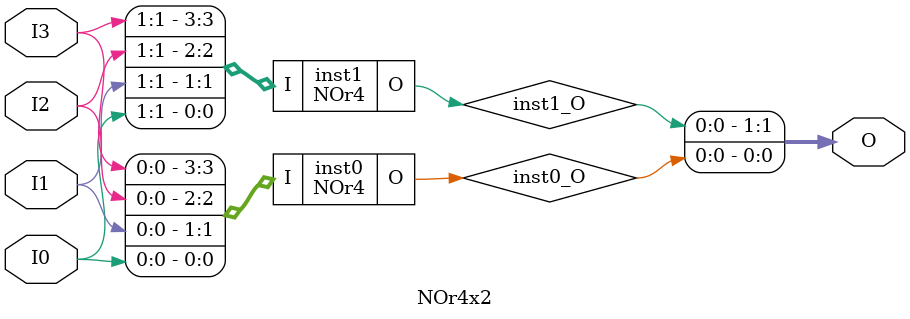
<source format=v>
module NOr4 (input [3:0] I, output  O);
wire  inst0_O;
LUT4 #(.INIT(16'h0001)) inst0 (.I0(I[0]), .I1(I[1]), .I2(I[2]), .I3(I[3]), .O(inst0_O));
assign O = inst0_O;
endmodule

module NOr4x2 (input [1:0] I0, input [1:0] I1, input [1:0] I2, input [1:0] I3, output [1:0] O);
wire  inst0_O;
wire  inst1_O;
NOr4 inst0 (.I({I3[0],I2[0],I1[0],I0[0]}), .O(inst0_O));
NOr4 inst1 (.I({I3[1],I2[1],I1[1],I0[1]}), .O(inst1_O));
assign O = {inst1_O,inst0_O};
endmodule


</source>
